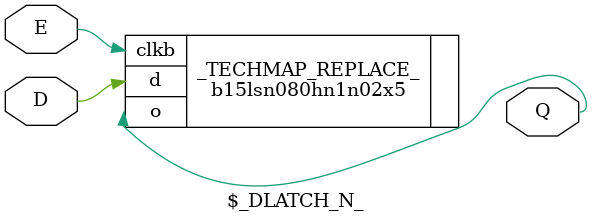
<source format=v>
module $_DLATCH_P_(input E, input D, output Q);
    b15lsn000hn1n02x5 _TECHMAP_REPLACE_ (
        .d(D),
        .clk(E),
        .o(Q)
        );
endmodule

module $_DLATCH_N_(input E, input D, output Q);
    b15lsn080hn1n02x5 _TECHMAP_REPLACE_ (
        .d(D),
        .clkb(E),
        .o(Q)
        );
endmodule
</source>
